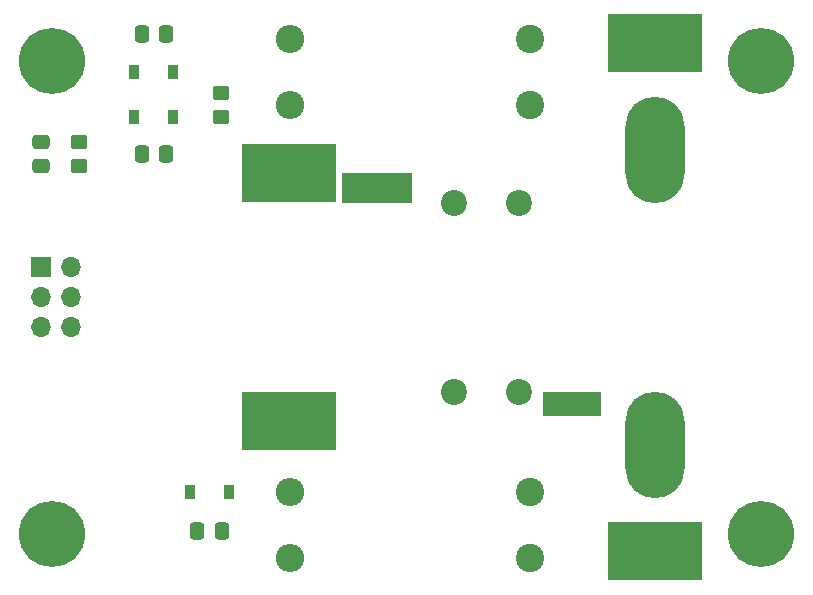
<source format=gts>
G04 #@! TF.GenerationSoftware,KiCad,Pcbnew,7.0.9-7.0.9~ubuntu20.04.1*
G04 #@! TF.CreationDate,2023-12-17T17:20:07+01:00*
G04 #@! TF.ProjectId,swr,7377722e-6b69-4636-9164-5f7063625858,1.0*
G04 #@! TF.SameCoordinates,Original*
G04 #@! TF.FileFunction,Soldermask,Top*
G04 #@! TF.FilePolarity,Negative*
%FSLAX46Y46*%
G04 Gerber Fmt 4.6, Leading zero omitted, Abs format (unit mm)*
G04 Created by KiCad (PCBNEW 7.0.9-7.0.9~ubuntu20.04.1) date 2023-12-17 17:20:07*
%MOMM*%
%LPD*%
G01*
G04 APERTURE LIST*
G04 Aperture macros list*
%AMRoundRect*
0 Rectangle with rounded corners*
0 $1 Rounding radius*
0 $2 $3 $4 $5 $6 $7 $8 $9 X,Y pos of 4 corners*
0 Add a 4 corners polygon primitive as box body*
4,1,4,$2,$3,$4,$5,$6,$7,$8,$9,$2,$3,0*
0 Add four circle primitives for the rounded corners*
1,1,$1+$1,$2,$3*
1,1,$1+$1,$4,$5*
1,1,$1+$1,$6,$7*
1,1,$1+$1,$8,$9*
0 Add four rect primitives between the rounded corners*
20,1,$1+$1,$2,$3,$4,$5,0*
20,1,$1+$1,$4,$5,$6,$7,0*
20,1,$1+$1,$6,$7,$8,$9,0*
20,1,$1+$1,$8,$9,$2,$3,0*%
G04 Aperture macros list end*
%ADD10O,5.000000X9.000000*%
%ADD11C,2.200000*%
%ADD12R,8.000000X5.000000*%
%ADD13R,5.000000X2.000000*%
%ADD14RoundRect,0.250000X0.475000X-0.337500X0.475000X0.337500X-0.475000X0.337500X-0.475000X-0.337500X0*%
%ADD15R,6.000000X2.500000*%
%ADD16RoundRect,0.250000X-0.450000X0.350000X-0.450000X-0.350000X0.450000X-0.350000X0.450000X0.350000X0*%
%ADD17C,2.400000*%
%ADD18O,2.400000X2.400000*%
%ADD19RoundRect,0.250000X-0.337500X-0.475000X0.337500X-0.475000X0.337500X0.475000X-0.337500X0.475000X0*%
%ADD20RoundRect,0.250000X0.450000X-0.350000X0.450000X0.350000X-0.450000X0.350000X-0.450000X-0.350000X0*%
%ADD21C,5.600000*%
%ADD22R,0.900000X1.200000*%
%ADD23R,1.700000X1.700000*%
%ADD24O,1.700000X1.700000*%
G04 APERTURE END LIST*
D10*
X151000000Y-62500000D03*
D11*
X151000000Y-65000000D03*
D10*
X151000000Y-87500000D03*
D11*
X151000000Y-85000000D03*
X139500000Y-67000000D03*
X139500000Y-83000000D03*
D12*
X151000000Y-96500000D03*
D13*
X144000000Y-84000000D03*
D12*
X151000000Y-53500000D03*
D14*
X99060000Y-63902500D03*
X99060000Y-61827500D03*
D12*
X120015000Y-85500000D03*
X120015000Y-64500000D03*
D11*
X134015000Y-83000000D03*
X134015000Y-67000000D03*
D15*
X127515000Y-65750000D03*
D16*
X102235000Y-61865000D03*
X102235000Y-63865000D03*
D17*
X140462000Y-97028000D03*
D18*
X120142000Y-97028000D03*
D19*
X107547500Y-52705000D03*
X109622500Y-52705000D03*
D20*
X114300000Y-59690000D03*
X114300000Y-57690000D03*
D17*
X140462000Y-58674000D03*
D18*
X120142000Y-58674000D03*
D21*
X160000000Y-55000000D03*
D17*
X140462000Y-53086000D03*
D18*
X120142000Y-53086000D03*
D19*
X112246500Y-94742000D03*
X114321500Y-94742000D03*
D21*
X100000000Y-95000000D03*
D19*
X107547500Y-62865000D03*
X109622500Y-62865000D03*
D22*
X111634000Y-91440000D03*
X114934000Y-91440000D03*
X106935000Y-55880000D03*
X110235000Y-55880000D03*
D23*
X99060000Y-72405000D03*
D24*
X101600000Y-72405000D03*
X99060000Y-74945000D03*
X101600000Y-74945000D03*
X99060000Y-77485000D03*
X101600000Y-77485000D03*
D17*
X140462000Y-91440000D03*
D18*
X120142000Y-91440000D03*
D21*
X100000000Y-55000000D03*
X160000000Y-95000000D03*
D22*
X106935000Y-59690000D03*
X110235000Y-59690000D03*
M02*

</source>
